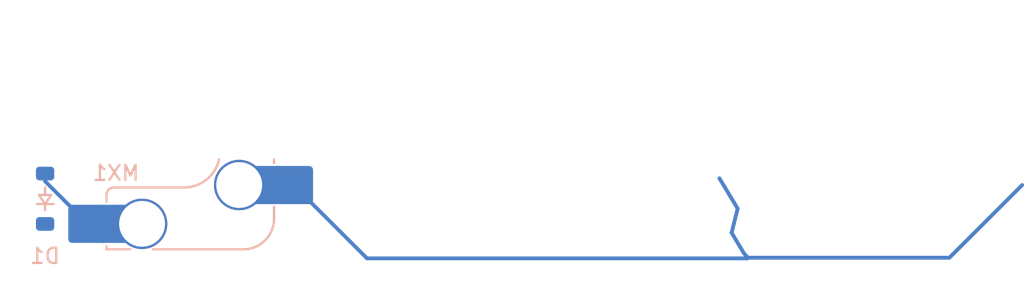
<source format=kicad_pcb>
(kicad_pcb (version 20221018) (generator pcbnew)
  (layers (0 "F.Cu" signal) (31 "B.Cu" signal) (34 "B.Paste" user) (35 "F.Paste" user) (36 "B.SilkS" user "B.Silkscreen") (37 "F.SilkS" user "F.Silkscreen") (38 "B.Mask" user) (39 "F.Mask" user) (44 "Edge.Cuts" user))
  (net 0 "")
  (net 1 "COL0")
  (net 2 "Net-(D1-A)")
  (net 3 "ROW0")
  (footprint "winkeebs:Diode_SOD-123" (layer "B.Cu") (at -8.87675 3.437972 90)
    (fp_text reference "D1" (at -3.75 -0.01) (layer "B.SilkS") (effects (justify mirror)))
    (fp_text value "Diode")
    (fp_line (start -0.75 0) (end -0.35 0) (stroke (width 0.15)) (layer "B.SilkS"))
    (fp_line (start -0.35 0) (end -0.35 -0.55) (stroke (width 0.15)) (layer "B.SilkS"))
    (fp_line (start -0.35 0) (end -0.35 0.55) (stroke (width 0.15)) (layer "B.SilkS"))
    (fp_line (start -0.35 0) (end 0.25 0.4) (stroke (width 0.15)) (layer "B.SilkS"))
    (fp_line (start 0.25 -0.4) (end -0.35 0) (stroke (width 0.15)) (layer "B.SilkS"))
    (fp_line (start 0.25 0) (end 0.75 0) (stroke (width 0.15)) (layer "B.SilkS"))
    (fp_line (start 0.25 0.4) (end 0.25 -0.4) (stroke (width 0.15)) (layer "B.SilkS"))
    (pad "1" smd roundrect (at -1.65 0 90) (size 0.9 1.2) (layers "B.Cu" "B.Paste" "B.Mask") (net 3 "ROW0"))
    (pad "2" smd roundrect (at 1.65 0 90) (size 0.9 1.2) (layers "B.Cu" "B.Paste" "B.Mask") (net 2 "Net-(D1-A)"))
  )
  (footprint "winkeebs:SW_MX_HS_CPG151101S11_1u" (layer "B.Cu") (at 0 0)
    (fp_text reference "MX1" (at -4.25 1.75 180) (layer "B.SilkS") (effects (justify mirror)))
    (fp_text value "MX_SW_HS")
    (fp_line (start -4.864824 3.67022) (end -4.864824 3.20022) (stroke (width 0.15)) (layer "B.SilkS"))
    (fp_line (start -4.864824 6.75022) (end -4.864824 6.52022) (stroke (width 0.15)) (layer "B.SilkS"))
    (fp_line (start -4.364824 2.70022) (end 0.2 2.70022) (stroke (width 0.15)) (layer "B.SilkS"))
    (fp_line (start -3.314824 6.75022) (end -4.864824 6.75022) (stroke (width 0.15)) (layer "B.SilkS"))
    (fp_line (start 4.085176 6.75022) (end -1.814824 6.75022) (stroke (width 0.15)) (layer "B.SilkS"))
    (fp_line (start 6.085176 1.10022) (end 6.085176 0.86022) (stroke (width 0.15)) (layer "B.SilkS"))
    (fp_line (start 6.085176 3.95022) (end 6.085176 4.75022) (stroke (width 0.15)) (layer "B.SilkS"))
    (fp_arc (start -4.864824 3.20022) (mid -4.718377 2.846667) (end -4.364824 2.70022) (stroke (width 0.15)) (layer "B.SilkS"))
    (fp_arc (start 2.494322 0.86022) (mid 1.670693 2.183637) (end 0.2 2.70022) (stroke (width 0.15)) (layer "B.SilkS"))
    (fp_arc (start 6.085176 4.75022) (mid 5.499389 6.164432) (end 4.085176 6.75022) (stroke (width 0.15)) (layer "B.SilkS"))
    (pad "" np_thru_hole circle (at -5.08 0) (size 1.75 1.75) (drill 1.75) (layers "*.Cu" "*.Mask"))
    (pad "" np_thru_hole circle (at 0 0) (size 3.9878 3.9878) (drill 3.9878) (layers "*.Cu" "*.Mask"))
    (pad "" np_thru_hole circle (at 5.08 0) (size 1.75 1.75) (drill 1.75) (layers "*.Cu" "*.Mask"))
    (pad "1" thru_hole circle (at 3.81 2.54) (size 3.3 3.3) (drill 3) (layers "*.Cu" "*.Mask") (net 1 "COL0"))
    (pad "1" smd rect (at 5.635 2.54 180) (size 1.65 2.5) (layers "B.Cu") (net 1 "COL0"))
    (pad "1" smd roundrect (at 7.36 2.54) (size 2.55 2.5) (layers "B.Cu" "B.Paste" "B.Mask") (roundrect_rratio 0.1) (net 1 "COL0"))
    (pad "2" smd roundrect (at -6.09 5.08) (size 2.55 2.5) (layers "B.Cu" "B.Paste" "B.Mask") (roundrect_rratio 0.1) (net 2 "Net-(D1-A)"))
    (pad "2" smd rect (at -4.34 5.08) (size 1.65 2.5) (layers "B.Cu") (net 2 "Net-(D1-A)"))
    (pad "2" thru_hole circle (at -2.54 5.08) (size 3.3 3.3) (drill 3) (layers "*.Cu" "*.Mask") (net 2 "Net-(D1-A)"))
  )
  (segment (start 37.07291 7.299838) (end 50.225166 7.299838) (width 0.25) (layer "B.Cu") (net 1))
  (segment (start 50.225166 7.299838) (end 54.985003 2.539998) (width 0.25) (layer "B.Cu") (net 1))
  (segment (start 35.196385 2.097577) (end 36.388396 4.081431) (width 0.25) (layer "B.Cu") (net 1))
  (segment (start 7.359998 2.540002) (end 12.159837 7.339835) (width 0.25) (layer "B.Cu") (net 1))
  (segment (start 36.388396 4.081431) (end 35.993369 5.665817) (width 0.25) (layer "B.Cu") (net 1))
  (segment (start 37.032909 7.339839) (end 36.543235 7.339838) (width 0.25) (layer "B.Cu") (net 1))
  (segment (start 35.993369 5.665817) (end 36.828073 7.055001) (width 0.25) (layer "B.Cu") (net 1))
  (segment (start 12.159837 7.339835) (end 36.543235 7.339838) (width 0.25) (layer "B.Cu") (net 1))
  (segment (start 36.828073 7.055001) (end 37.07291 7.299838) (width 0.25) (layer "B.Cu") (net 1))
  (segment (start 37.07291 7.299838) (end 37.032909 7.339839) (width 0.25) (layer "B.Cu") (net 1))
  (segment (start -8.876749 1.787976) (end -8.876751 2.293248) (width 0.25) (layer "B.Cu") (net 2))
  (segment (start -8.876751 2.293248) (end -6.090002 5.079998) (width 0.25) (layer "B.Cu") (net 2))
)
</source>
